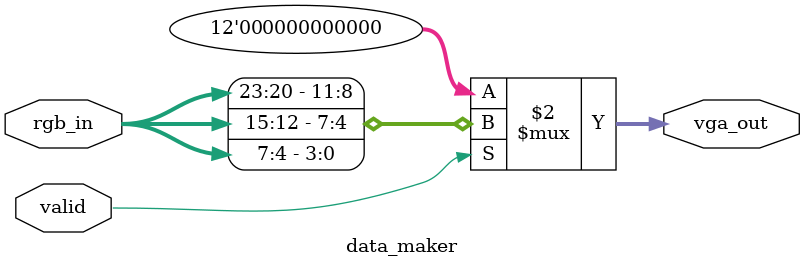
<source format=v>
`timescale 1ns / 1ps


module data_maker(
    input [23:0] rgb_in,
    input        valid,
    output [11:0] vga_out
    );
// 0 1 2 3 4 5 6 7 | 8 9 10 11 12 13 14 15 | 16 17 18 19 20 21 22 23
assign vga_out = (valid == 1'b1)?{rgb_in[23:20],rgb_in[15:12],rgb_in[7:4]}:12'd0;
endmodule

</source>
